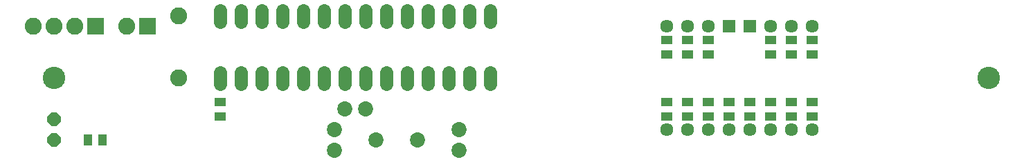
<source format=gts>
G75*
%MOIN*%
%OFA0B0*%
%FSLAX25Y25*%
%IPPOS*%
%LPD*%
%AMOC8*
5,1,8,0,0,1.08239X$1,22.5*
%
%ADD10C,0.07300*%
%ADD11R,0.08200X0.08200*%
%ADD12C,0.08200*%
%ADD13C,0.06400*%
%ADD14C,0.10800*%
%ADD15R,0.05524X0.03950*%
%ADD16OC8,0.06400*%
%ADD17R,0.03950X0.05524*%
%ADD18C,0.06350*%
%ADD19R,0.06350X0.06350*%
D10*
X0156000Y0013500D03*
X0176000Y0018500D03*
X0196000Y0018500D03*
X0216000Y0013500D03*
X0216000Y0023500D03*
X0171000Y0033500D03*
X0161000Y0033500D03*
X0156000Y0023500D03*
D11*
X0066000Y0073500D03*
X0041000Y0073500D03*
D12*
X0031000Y0073500D03*
X0021000Y0073500D03*
X0011000Y0073500D03*
X0056000Y0073500D03*
X0081000Y0078500D03*
X0081000Y0048500D03*
D13*
X0101000Y0045700D02*
X0101000Y0051300D01*
X0111000Y0051300D02*
X0111000Y0045700D01*
X0121000Y0045700D02*
X0121000Y0051300D01*
X0131000Y0051300D02*
X0131000Y0045700D01*
X0141000Y0045700D02*
X0141000Y0051300D01*
X0151000Y0051300D02*
X0151000Y0045700D01*
X0161000Y0045700D02*
X0161000Y0051300D01*
X0171000Y0051300D02*
X0171000Y0045700D01*
X0181000Y0045700D02*
X0181000Y0051300D01*
X0191000Y0051300D02*
X0191000Y0045700D01*
X0201000Y0045700D02*
X0201000Y0051300D01*
X0211000Y0051300D02*
X0211000Y0045700D01*
X0221000Y0045700D02*
X0221000Y0051300D01*
X0231000Y0051300D02*
X0231000Y0045700D01*
X0231000Y0075700D02*
X0231000Y0081300D01*
X0221000Y0081300D02*
X0221000Y0075700D01*
X0211000Y0075700D02*
X0211000Y0081300D01*
X0201000Y0081300D02*
X0201000Y0075700D01*
X0191000Y0075700D02*
X0191000Y0081300D01*
X0181000Y0081300D02*
X0181000Y0075700D01*
X0171000Y0075700D02*
X0171000Y0081300D01*
X0161000Y0081300D02*
X0161000Y0075700D01*
X0151000Y0075700D02*
X0151000Y0081300D01*
X0141000Y0081300D02*
X0141000Y0075700D01*
X0131000Y0075700D02*
X0131000Y0081300D01*
X0121000Y0081300D02*
X0121000Y0075700D01*
X0111000Y0075700D02*
X0111000Y0081300D01*
X0101000Y0081300D02*
X0101000Y0075700D01*
D14*
X0021000Y0048500D03*
X0471000Y0048500D03*
D15*
X0386000Y0037043D03*
X0376000Y0037043D03*
X0366000Y0037043D03*
X0356000Y0037043D03*
X0346000Y0037043D03*
X0336000Y0037043D03*
X0326000Y0037043D03*
X0316000Y0037043D03*
X0316000Y0029957D03*
X0326000Y0029957D03*
X0336000Y0029957D03*
X0346000Y0029957D03*
X0356000Y0029957D03*
X0366000Y0029957D03*
X0376000Y0029957D03*
X0386000Y0029957D03*
X0386000Y0059957D03*
X0376000Y0059957D03*
X0366000Y0059957D03*
X0336000Y0059957D03*
X0326000Y0059957D03*
X0316000Y0059957D03*
X0316000Y0067043D03*
X0326000Y0067043D03*
X0336000Y0067043D03*
X0366000Y0067043D03*
X0376000Y0067043D03*
X0386000Y0067043D03*
X0101000Y0037043D03*
X0101000Y0029957D03*
D16*
X0021000Y0018500D03*
X0021000Y0028500D03*
D17*
X0037457Y0018500D03*
X0044543Y0018500D03*
D18*
X0316000Y0023500D03*
X0326000Y0023500D03*
X0336000Y0023500D03*
X0346000Y0023500D03*
X0356000Y0023500D03*
X0366000Y0023500D03*
X0376000Y0023500D03*
X0386000Y0023500D03*
X0386000Y0073500D03*
X0376000Y0073500D03*
X0366000Y0073500D03*
X0336000Y0073500D03*
X0326000Y0073500D03*
X0316000Y0073500D03*
D19*
X0346000Y0073500D03*
X0356000Y0073500D03*
M02*

</source>
